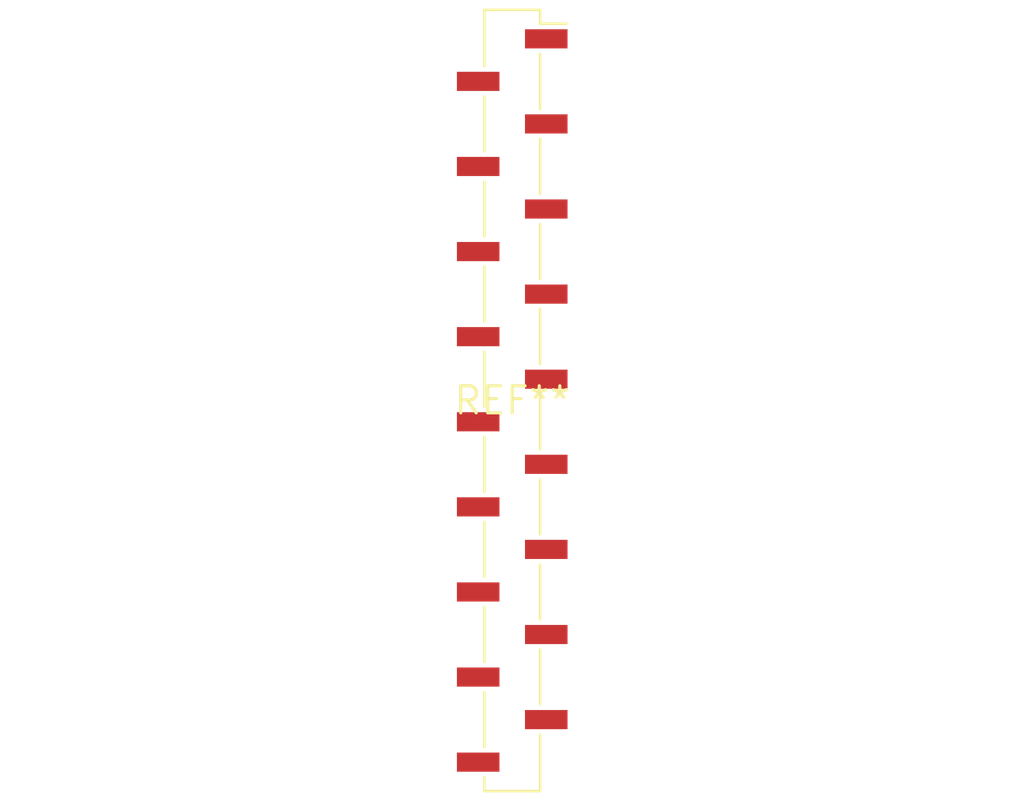
<source format=kicad_pcb>
(kicad_pcb (version 20240108) (generator pcbnew)
  (layers (0 "F.Cu" signal) (31 "B.Cu" signal) (34 "B.Paste" user) (35 "F.Paste" user) (36 "B.SilkS" user "B.Silkscreen") (37 "F.SilkS" user "F.Silkscreen") (38 "B.Mask" user) (39 "F.Mask" user) (44 "Edge.Cuts" user))
  (net 0 "")
  (footprint "PinSocket_1x18_P2.00mm_Vertical_SMD_Pin1Right" (layer "F.Cu") (at 0 0)
    (property "Reference" "REF**")
    (property "Value" "PinSocket_1x18_P2.00mm_Vertical_SMD_Pin1Right")
    (fp_line (start -1.31 -18.36) (end -1.31 -15.71) (layer "F.SilkS") (stroke (width 0.12)))
    (fp_line (start -1.31 -18.36) (end 1.31 -18.36) (layer "F.SilkS") (stroke (width 0.12)))
    (fp_line (start -1.31 -14.29) (end -1.31 -11.71) (layer "F.SilkS") (stroke (width 0.12)))
    (fp_line (start -1.31 -10.29) (end -1.31 -7.71) (layer "F.SilkS") (stroke (width 0.12)))
    (fp_line (start -1.31 -6.29) (end -1.31 -3.71) (layer "F.SilkS") (stroke (width 0.12)))
    (fp_line (start -1.31 -2.29) (end -1.31 0.29) (layer "F.SilkS") (stroke (width 0.12)))
    (fp_line (start -1.31 1.71) (end -1.31 4.29) (layer "F.SilkS") (stroke (width 0.12)))
    (fp_line (start -1.31 5.71) (end -1.31 8.29) (layer "F.SilkS") (stroke (width 0.12)))
    (fp_line (start -1.31 9.71) (end -1.31 12.29) (layer "F.SilkS") (stroke (width 0.12)))
    (fp_line (start -1.31 13.71) (end -1.31 16.29) (layer "F.SilkS") (stroke (width 0.12)))
    (fp_line (start -1.31 17.71) (end -1.31 18.36) (layer "F.SilkS") (stroke (width 0.12)))
    (fp_line (start -1.31 18.36) (end 1.31 18.36) (layer "F.SilkS") (stroke (width 0.12)))
    (fp_line (start 1.31 -18.36) (end 1.31 -17.71) (layer "F.SilkS") (stroke (width 0.12)))
    (fp_line (start 1.31 -17.71) (end 2.54 -17.71) (layer "F.SilkS") (stroke (width 0.12)))
    (fp_line (start 1.31 -16.29) (end 1.31 -13.71) (layer "F.SilkS") (stroke (width 0.12)))
    (fp_line (start 1.31 -12.29) (end 1.31 -9.71) (layer "F.SilkS") (stroke (width 0.12)))
    (fp_line (start 1.31 -8.29) (end 1.31 -5.71) (layer "F.SilkS") (stroke (width 0.12)))
    (fp_line (start 1.31 -4.29) (end 1.31 -1.71) (layer "F.SilkS") (stroke (width 0.12)))
    (fp_line (start 1.31 -0.29) (end 1.31 2.29) (layer "F.SilkS") (stroke (width 0.12)))
    (fp_line (start 1.31 3.71) (end 1.31 6.29) (layer "F.SilkS") (stroke (width 0.12)))
    (fp_line (start 1.31 7.71) (end 1.31 10.29) (layer "F.SilkS") (stroke (width 0.12)))
    (fp_line (start 1.31 11.71) (end 1.31 14.29) (layer "F.SilkS") (stroke (width 0.12)))
    (fp_line (start 1.31 15.71) (end 1.31 18.36) (layer "F.SilkS") (stroke (width 0.12)))
    (pad "1" smd rect (at 1.6 -17) (size 2 0.9) (layers "F.Cu" "F.Paste" "F.Mask"))
    (pad "2" smd rect (at -1.6 -15) (size 2 0.9) (layers "F.Cu" "F.Paste" "F.Mask"))
    (pad "3" smd rect (at 1.6 -13) (size 2 0.9) (layers "F.Cu" "F.Paste" "F.Mask"))
    (pad "4" smd rect (at -1.6 -11) (size 2 0.9) (layers "F.Cu" "F.Paste" "F.Mask"))
    (pad "5" smd rect (at 1.6 -9) (size 2 0.9) (layers "F.Cu" "F.Paste" "F.Mask"))
    (pad "6" smd rect (at -1.6 -7) (size 2 0.9) (layers "F.Cu" "F.Paste" "F.Mask"))
    (pad "7" smd rect (at 1.6 -5) (size 2 0.9) (layers "F.Cu" "F.Paste" "F.Mask"))
    (pad "8" smd rect (at -1.6 -3) (size 2 0.9) (layers "F.Cu" "F.Paste" "F.Mask"))
    (pad "9" smd rect (at 1.6 -1) (size 2 0.9) (layers "F.Cu" "F.Paste" "F.Mask"))
    (pad "10" smd rect (at -1.6 1) (size 2 0.9) (layers "F.Cu" "F.Paste" "F.Mask"))
    (pad "11" smd rect (at 1.6 3) (size 2 0.9) (layers "F.Cu" "F.Paste" "F.Mask"))
    (pad "12" smd rect (at -1.6 5) (size 2 0.9) (layers "F.Cu" "F.Paste" "F.Mask"))
    (pad "13" smd rect (at 1.6 7) (size 2 0.9) (layers "F.Cu" "F.Paste" "F.Mask"))
    (pad "14" smd rect (at -1.6 9) (size 2 0.9) (layers "F.Cu" "F.Paste" "F.Mask"))
    (pad "15" smd rect (at 1.6 11) (size 2 0.9) (layers "F.Cu" "F.Paste" "F.Mask"))
    (pad "16" smd rect (at -1.6 13) (size 2 0.9) (layers "F.Cu" "F.Paste" "F.Mask"))
    (pad "17" smd rect (at 1.6 15) (size 2 0.9) (layers "F.Cu" "F.Paste" "F.Mask"))
    (pad "18" smd rect (at -1.6 17) (size 2 0.9) (layers "F.Cu" "F.Paste" "F.Mask"))
  )
)
</source>
